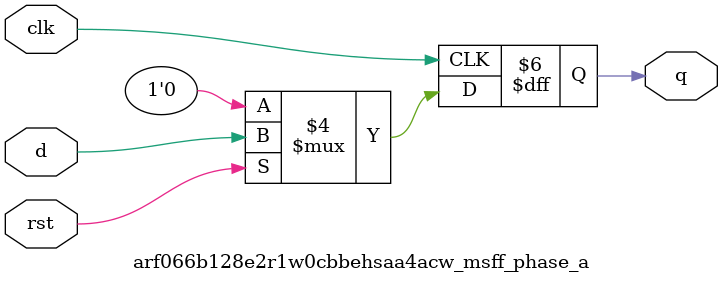
<source format=sv>
`ifndef ARF066B128E2R1W0CBBEHSAA4ACW_MSFF_PHASE_A_SV
`define ARF066B128E2R1W0CBBEHSAA4ACW_MSFF_PHASE_A_SV

module arf066b128e2r1w0cbbehsaa4acw_msff_phase_a #
(
  parameter DWIDTH = 1
)
(
  input  logic [DWIDTH-1:0] d,
  input  logic clk,
  input  logic rst,
  output logic [DWIDTH-1:0] q
);

always_ff @ (posedge clk) begin
  if (~rst) begin
    q <= '0;
  end
  else begin
    q <= d;
  end
end

endmodule // arf066b128e2r1w0cbbehsaa4acw_msff_phase_a

`endif // ARF066B128E2R1W0CBBEHSAA4ACW_MSFF_PHASE_A_SV
</source>
